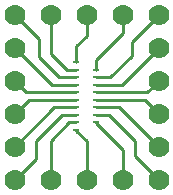
<source format=gbr>
G04 #@! TF.FileFunction,Copper,L1,Top,Signal*
%FSLAX46Y46*%
G04 Gerber Fmt 4.6, Leading zero omitted, Abs format (unit mm)*
G04 Created by KiCad (PCBNEW 4.0.2-stable) date Monday, July 18, 2016 'PMt' 05:42:52 PM*
%MOMM*%
G01*
G04 APERTURE LIST*
%ADD10C,0.100000*%
%ADD11R,0.508000X0.254000*%
%ADD12C,1.778000*%
%ADD13C,0.250000*%
G04 APERTURE END LIST*
D10*
D11*
X147218400Y-107264200D03*
X147218400Y-106629200D03*
X147218400Y-105994200D03*
X147218400Y-105359200D03*
X147218400Y-104724200D03*
X147218400Y-104089200D03*
X147218400Y-103454200D03*
X147218400Y-102819200D03*
X147218400Y-102184200D03*
X147218400Y-101549200D03*
X148869400Y-102184200D03*
X148869400Y-102819200D03*
X148869400Y-103454200D03*
X148869400Y-104089200D03*
X148869400Y-104724200D03*
X148869400Y-105359200D03*
X148869400Y-105994200D03*
X148869400Y-106629200D03*
D12*
X148082000Y-111506000D03*
X145034000Y-111506000D03*
X141986000Y-111506000D03*
X141986000Y-108712000D03*
X141986000Y-105918000D03*
X141986000Y-103124000D03*
X141986000Y-100330000D03*
X141986000Y-97536000D03*
X145034000Y-97536000D03*
X148082000Y-97536000D03*
X151130000Y-97536000D03*
X154178000Y-97536000D03*
X154178000Y-100330000D03*
X154178000Y-103124000D03*
X154178000Y-105918000D03*
X154178000Y-108712000D03*
X154178000Y-111506000D03*
X151130000Y-111506000D03*
D13*
X147218400Y-107264200D02*
X147218400Y-107340400D01*
X147218400Y-107340400D02*
X148082000Y-108204000D01*
X148082000Y-108204000D02*
X148082000Y-111506000D01*
X147218400Y-106629200D02*
X146608800Y-106629200D01*
X145034000Y-108204000D02*
X145034000Y-111506000D01*
X146608800Y-106629200D02*
X145034000Y-108204000D01*
X147218400Y-105994200D02*
X145973800Y-105994200D01*
X143764000Y-109728000D02*
X141986000Y-111506000D01*
X143764000Y-108204000D02*
X143764000Y-109728000D01*
X145973800Y-105994200D02*
X143764000Y-108204000D01*
X147218400Y-105359200D02*
X145338800Y-105359200D01*
X145338800Y-105359200D02*
X141986000Y-108712000D01*
X147218400Y-104724200D02*
X143179800Y-104724200D01*
X143179800Y-104724200D02*
X141986000Y-105918000D01*
X147218400Y-104089200D02*
X142951200Y-104089200D01*
X142951200Y-104089200D02*
X141986000Y-103124000D01*
X147218400Y-103454200D02*
X145110200Y-103454200D01*
X145110200Y-103454200D02*
X141986000Y-100330000D01*
X147218400Y-102819200D02*
X145745200Y-102819200D01*
X144018000Y-99568000D02*
X141986000Y-97536000D01*
X144018000Y-101092000D02*
X144018000Y-99568000D01*
X145745200Y-102819200D02*
X144018000Y-101092000D01*
X147218400Y-102184200D02*
X146380200Y-102184200D01*
X145034000Y-100838000D02*
X145034000Y-97536000D01*
X146380200Y-102184200D02*
X145034000Y-100838000D01*
X147218400Y-101549200D02*
X147218400Y-100177600D01*
X148082000Y-99314000D02*
X148082000Y-97536000D01*
X147218400Y-100177600D02*
X148082000Y-99314000D01*
X148869400Y-102184200D02*
X148869400Y-101320600D01*
X151130000Y-99060000D02*
X151130000Y-97536000D01*
X148869400Y-101320600D02*
X151130000Y-99060000D01*
X148869400Y-102819200D02*
X150063200Y-102819200D01*
X151892000Y-99822000D02*
X154178000Y-97536000D01*
X151892000Y-100990400D02*
X151892000Y-99822000D01*
X150063200Y-102819200D02*
X151892000Y-100990400D01*
X148869400Y-103454200D02*
X151053800Y-103454200D01*
X151053800Y-103454200D02*
X154178000Y-100330000D01*
X148869400Y-104089200D02*
X153212800Y-104089200D01*
X153212800Y-104089200D02*
X154178000Y-103124000D01*
X148869400Y-104724200D02*
X152984200Y-104724200D01*
X152984200Y-104724200D02*
X154178000Y-105918000D01*
X148869400Y-105359200D02*
X150825200Y-105359200D01*
X150825200Y-105359200D02*
X154178000Y-108712000D01*
X148869400Y-105994200D02*
X149936200Y-105994200D01*
X152146000Y-109474000D02*
X154178000Y-111506000D01*
X152146000Y-108204000D02*
X152146000Y-109474000D01*
X149936200Y-105994200D02*
X152146000Y-108204000D01*
X148869400Y-106629200D02*
X148869400Y-106705400D01*
X148869400Y-106705400D02*
X151130000Y-108966000D01*
X151130000Y-108966000D02*
X151130000Y-111506000D01*
M02*

</source>
